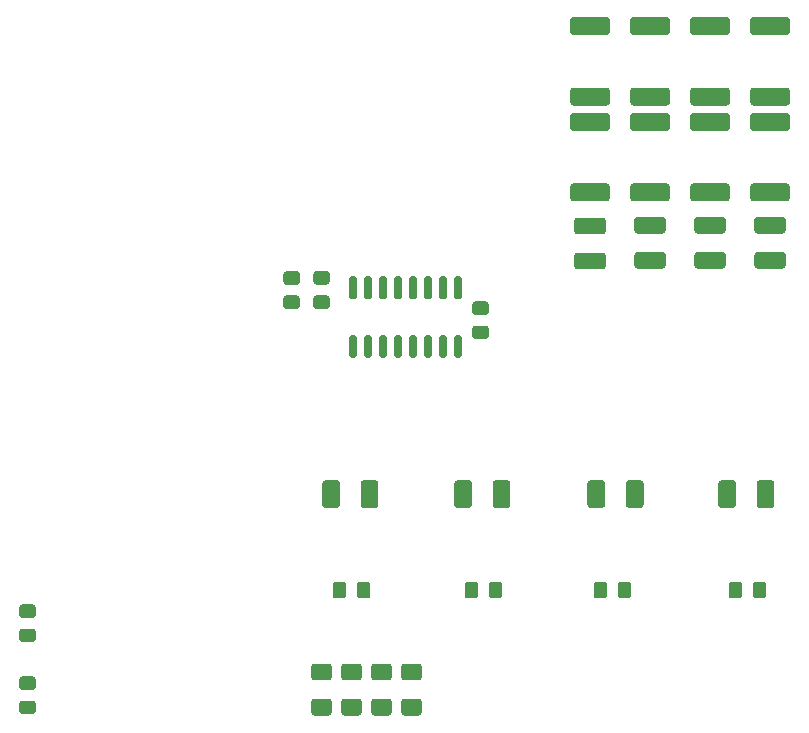
<source format=gbr>
G04 #@! TF.GenerationSoftware,KiCad,Pcbnew,(5.1.6)-1*
G04 #@! TF.CreationDate,2021-11-05T18:09:41+01:00*
G04 #@! TF.ProjectId,hamodule,68616d6f-6475-46c6-952e-6b696361645f,rev?*
G04 #@! TF.SameCoordinates,Original*
G04 #@! TF.FileFunction,Paste,Top*
G04 #@! TF.FilePolarity,Positive*
%FSLAX46Y46*%
G04 Gerber Fmt 4.6, Leading zero omitted, Abs format (unit mm)*
G04 Created by KiCad (PCBNEW (5.1.6)-1) date 2021-11-05 18:09:41*
%MOMM*%
%LPD*%
G01*
G04 APERTURE LIST*
G04 APERTURE END LIST*
G36*
G01*
X193552500Y-108080500D02*
X195702500Y-108080500D01*
G75*
G02*
X195952500Y-108330500I0J-250000D01*
G01*
X195952500Y-109255500D01*
G75*
G02*
X195702500Y-109505500I-250000J0D01*
G01*
X193552500Y-109505500D01*
G75*
G02*
X193302500Y-109255500I0J250000D01*
G01*
X193302500Y-108330500D01*
G75*
G02*
X193552500Y-108080500I250000J0D01*
G01*
G37*
G36*
G01*
X193552500Y-105105500D02*
X195702500Y-105105500D01*
G75*
G02*
X195952500Y-105355500I0J-250000D01*
G01*
X195952500Y-106280500D01*
G75*
G02*
X195702500Y-106530500I-250000J0D01*
G01*
X193552500Y-106530500D01*
G75*
G02*
X193302500Y-106280500I0J250000D01*
G01*
X193302500Y-105355500D01*
G75*
G02*
X193552500Y-105105500I250000J0D01*
G01*
G37*
G36*
G01*
X188472500Y-108080500D02*
X190622500Y-108080500D01*
G75*
G02*
X190872500Y-108330500I0J-250000D01*
G01*
X190872500Y-109255500D01*
G75*
G02*
X190622500Y-109505500I-250000J0D01*
G01*
X188472500Y-109505500D01*
G75*
G02*
X188222500Y-109255500I0J250000D01*
G01*
X188222500Y-108330500D01*
G75*
G02*
X188472500Y-108080500I250000J0D01*
G01*
G37*
G36*
G01*
X188472500Y-105105500D02*
X190622500Y-105105500D01*
G75*
G02*
X190872500Y-105355500I0J-250000D01*
G01*
X190872500Y-106280500D01*
G75*
G02*
X190622500Y-106530500I-250000J0D01*
G01*
X188472500Y-106530500D01*
G75*
G02*
X188222500Y-106280500I0J250000D01*
G01*
X188222500Y-105355500D01*
G75*
G02*
X188472500Y-105105500I250000J0D01*
G01*
G37*
G36*
G01*
X183392500Y-108080500D02*
X185542500Y-108080500D01*
G75*
G02*
X185792500Y-108330500I0J-250000D01*
G01*
X185792500Y-109255500D01*
G75*
G02*
X185542500Y-109505500I-250000J0D01*
G01*
X183392500Y-109505500D01*
G75*
G02*
X183142500Y-109255500I0J250000D01*
G01*
X183142500Y-108330500D01*
G75*
G02*
X183392500Y-108080500I250000J0D01*
G01*
G37*
G36*
G01*
X183392500Y-105105500D02*
X185542500Y-105105500D01*
G75*
G02*
X185792500Y-105355500I0J-250000D01*
G01*
X185792500Y-106280500D01*
G75*
G02*
X185542500Y-106530500I-250000J0D01*
G01*
X183392500Y-106530500D01*
G75*
G02*
X183142500Y-106280500I0J250000D01*
G01*
X183142500Y-105355500D01*
G75*
G02*
X183392500Y-105105500I250000J0D01*
G01*
G37*
G36*
G01*
X178312500Y-108144000D02*
X180462500Y-108144000D01*
G75*
G02*
X180712500Y-108394000I0J-250000D01*
G01*
X180712500Y-109319000D01*
G75*
G02*
X180462500Y-109569000I-250000J0D01*
G01*
X178312500Y-109569000D01*
G75*
G02*
X178062500Y-109319000I0J250000D01*
G01*
X178062500Y-108394000D01*
G75*
G02*
X178312500Y-108144000I250000J0D01*
G01*
G37*
G36*
G01*
X178312500Y-105169000D02*
X180462500Y-105169000D01*
G75*
G02*
X180712500Y-105419000I0J-250000D01*
G01*
X180712500Y-106344000D01*
G75*
G02*
X180462500Y-106594000I-250000J0D01*
G01*
X178312500Y-106594000D01*
G75*
G02*
X178062500Y-106344000I0J250000D01*
G01*
X178062500Y-105419000D01*
G75*
G02*
X178312500Y-105169000I250000J0D01*
G01*
G37*
G36*
G01*
X132212501Y-139068500D02*
X131312499Y-139068500D01*
G75*
G02*
X131062500Y-138818501I0J249999D01*
G01*
X131062500Y-138168499D01*
G75*
G02*
X131312499Y-137918500I249999J0D01*
G01*
X132212501Y-137918500D01*
G75*
G02*
X132462500Y-138168499I0J-249999D01*
G01*
X132462500Y-138818501D01*
G75*
G02*
X132212501Y-139068500I-249999J0D01*
G01*
G37*
G36*
G01*
X132212501Y-141118500D02*
X131312499Y-141118500D01*
G75*
G02*
X131062500Y-140868501I0J249999D01*
G01*
X131062500Y-140218499D01*
G75*
G02*
X131312499Y-139968500I249999J0D01*
G01*
X132212501Y-139968500D01*
G75*
G02*
X132462500Y-140218499I0J-249999D01*
G01*
X132462500Y-140868501D01*
G75*
G02*
X132212501Y-141118500I-249999J0D01*
G01*
G37*
G36*
G01*
X131312499Y-146064500D02*
X132212501Y-146064500D01*
G75*
G02*
X132462500Y-146314499I0J-249999D01*
G01*
X132462500Y-146964501D01*
G75*
G02*
X132212501Y-147214500I-249999J0D01*
G01*
X131312499Y-147214500D01*
G75*
G02*
X131062500Y-146964501I0J249999D01*
G01*
X131062500Y-146314499D01*
G75*
G02*
X131312499Y-146064500I249999J0D01*
G01*
G37*
G36*
G01*
X131312499Y-144014500D02*
X132212501Y-144014500D01*
G75*
G02*
X132462500Y-144264499I0J-249999D01*
G01*
X132462500Y-144914501D01*
G75*
G02*
X132212501Y-145164500I-249999J0D01*
G01*
X131312499Y-145164500D01*
G75*
G02*
X131062500Y-144914501I0J249999D01*
G01*
X131062500Y-144264499D01*
G75*
G02*
X131312499Y-144014500I249999J0D01*
G01*
G37*
G36*
G01*
X157104501Y-110856500D02*
X156204499Y-110856500D01*
G75*
G02*
X155954500Y-110606501I0J249999D01*
G01*
X155954500Y-109956499D01*
G75*
G02*
X156204499Y-109706500I249999J0D01*
G01*
X157104501Y-109706500D01*
G75*
G02*
X157354500Y-109956499I0J-249999D01*
G01*
X157354500Y-110606501D01*
G75*
G02*
X157104501Y-110856500I-249999J0D01*
G01*
G37*
G36*
G01*
X157104501Y-112906500D02*
X156204499Y-112906500D01*
G75*
G02*
X155954500Y-112656501I0J249999D01*
G01*
X155954500Y-112006499D01*
G75*
G02*
X156204499Y-111756500I249999J0D01*
G01*
X157104501Y-111756500D01*
G75*
G02*
X157354500Y-112006499I0J-249999D01*
G01*
X157354500Y-112656501D01*
G75*
G02*
X157104501Y-112906500I-249999J0D01*
G01*
G37*
G36*
G01*
X154564501Y-110865500D02*
X153664499Y-110865500D01*
G75*
G02*
X153414500Y-110615501I0J249999D01*
G01*
X153414500Y-109965499D01*
G75*
G02*
X153664499Y-109715500I249999J0D01*
G01*
X154564501Y-109715500D01*
G75*
G02*
X154814500Y-109965499I0J-249999D01*
G01*
X154814500Y-110615501D01*
G75*
G02*
X154564501Y-110865500I-249999J0D01*
G01*
G37*
G36*
G01*
X154564501Y-112915500D02*
X153664499Y-112915500D01*
G75*
G02*
X153414500Y-112665501I0J249999D01*
G01*
X153414500Y-112015499D01*
G75*
G02*
X153664499Y-111765500I249999J0D01*
G01*
X154564501Y-111765500D01*
G75*
G02*
X154814500Y-112015499I0J-249999D01*
G01*
X154814500Y-112665501D01*
G75*
G02*
X154564501Y-112915500I-249999J0D01*
G01*
G37*
G36*
G01*
X169666499Y-114314500D02*
X170566501Y-114314500D01*
G75*
G02*
X170816500Y-114564499I0J-249999D01*
G01*
X170816500Y-115214501D01*
G75*
G02*
X170566501Y-115464500I-249999J0D01*
G01*
X169666499Y-115464500D01*
G75*
G02*
X169416500Y-115214501I0J249999D01*
G01*
X169416500Y-114564499D01*
G75*
G02*
X169666499Y-114314500I249999J0D01*
G01*
G37*
G36*
G01*
X169666499Y-112264500D02*
X170566501Y-112264500D01*
G75*
G02*
X170816500Y-112514499I0J-249999D01*
G01*
X170816500Y-113164501D01*
G75*
G02*
X170566501Y-113414500I-249999J0D01*
G01*
X169666499Y-113414500D01*
G75*
G02*
X169416500Y-113164501I0J249999D01*
G01*
X169416500Y-112514499D01*
G75*
G02*
X169666499Y-112264500I249999J0D01*
G01*
G37*
G36*
G01*
X157279500Y-144359000D02*
X156029500Y-144359000D01*
G75*
G02*
X155779500Y-144109000I0J250000D01*
G01*
X155779500Y-143184000D01*
G75*
G02*
X156029500Y-142934000I250000J0D01*
G01*
X157279500Y-142934000D01*
G75*
G02*
X157529500Y-143184000I0J-250000D01*
G01*
X157529500Y-144109000D01*
G75*
G02*
X157279500Y-144359000I-250000J0D01*
G01*
G37*
G36*
G01*
X157279500Y-147334000D02*
X156029500Y-147334000D01*
G75*
G02*
X155779500Y-147084000I0J250000D01*
G01*
X155779500Y-146159000D01*
G75*
G02*
X156029500Y-145909000I250000J0D01*
G01*
X157279500Y-145909000D01*
G75*
G02*
X157529500Y-146159000I0J-250000D01*
G01*
X157529500Y-147084000D01*
G75*
G02*
X157279500Y-147334000I-250000J0D01*
G01*
G37*
G36*
G01*
X159819500Y-144359000D02*
X158569500Y-144359000D01*
G75*
G02*
X158319500Y-144109000I0J250000D01*
G01*
X158319500Y-143184000D01*
G75*
G02*
X158569500Y-142934000I250000J0D01*
G01*
X159819500Y-142934000D01*
G75*
G02*
X160069500Y-143184000I0J-250000D01*
G01*
X160069500Y-144109000D01*
G75*
G02*
X159819500Y-144359000I-250000J0D01*
G01*
G37*
G36*
G01*
X159819500Y-147334000D02*
X158569500Y-147334000D01*
G75*
G02*
X158319500Y-147084000I0J250000D01*
G01*
X158319500Y-146159000D01*
G75*
G02*
X158569500Y-145909000I250000J0D01*
G01*
X159819500Y-145909000D01*
G75*
G02*
X160069500Y-146159000I0J-250000D01*
G01*
X160069500Y-147084000D01*
G75*
G02*
X159819500Y-147334000I-250000J0D01*
G01*
G37*
G36*
G01*
X162359500Y-144359000D02*
X161109500Y-144359000D01*
G75*
G02*
X160859500Y-144109000I0J250000D01*
G01*
X160859500Y-143184000D01*
G75*
G02*
X161109500Y-142934000I250000J0D01*
G01*
X162359500Y-142934000D01*
G75*
G02*
X162609500Y-143184000I0J-250000D01*
G01*
X162609500Y-144109000D01*
G75*
G02*
X162359500Y-144359000I-250000J0D01*
G01*
G37*
G36*
G01*
X162359500Y-147334000D02*
X161109500Y-147334000D01*
G75*
G02*
X160859500Y-147084000I0J250000D01*
G01*
X160859500Y-146159000D01*
G75*
G02*
X161109500Y-145909000I250000J0D01*
G01*
X162359500Y-145909000D01*
G75*
G02*
X162609500Y-146159000I0J-250000D01*
G01*
X162609500Y-147084000D01*
G75*
G02*
X162359500Y-147334000I-250000J0D01*
G01*
G37*
G36*
G01*
X164899500Y-144359000D02*
X163649500Y-144359000D01*
G75*
G02*
X163399500Y-144109000I0J250000D01*
G01*
X163399500Y-143184000D01*
G75*
G02*
X163649500Y-142934000I250000J0D01*
G01*
X164899500Y-142934000D01*
G75*
G02*
X165149500Y-143184000I0J-250000D01*
G01*
X165149500Y-144109000D01*
G75*
G02*
X164899500Y-144359000I-250000J0D01*
G01*
G37*
G36*
G01*
X164899500Y-147334000D02*
X163649500Y-147334000D01*
G75*
G02*
X163399500Y-147084000I0J250000D01*
G01*
X163399500Y-146159000D01*
G75*
G02*
X163649500Y-145909000I250000J0D01*
G01*
X164899500Y-145909000D01*
G75*
G02*
X165149500Y-146159000I0J-250000D01*
G01*
X165149500Y-147084000D01*
G75*
G02*
X164899500Y-147334000I-250000J0D01*
G01*
G37*
G36*
G01*
X159471500Y-117051500D02*
X159171500Y-117051500D01*
G75*
G02*
X159021500Y-116901500I0J150000D01*
G01*
X159021500Y-115251500D01*
G75*
G02*
X159171500Y-115101500I150000J0D01*
G01*
X159471500Y-115101500D01*
G75*
G02*
X159621500Y-115251500I0J-150000D01*
G01*
X159621500Y-116901500D01*
G75*
G02*
X159471500Y-117051500I-150000J0D01*
G01*
G37*
G36*
G01*
X160741500Y-117051500D02*
X160441500Y-117051500D01*
G75*
G02*
X160291500Y-116901500I0J150000D01*
G01*
X160291500Y-115251500D01*
G75*
G02*
X160441500Y-115101500I150000J0D01*
G01*
X160741500Y-115101500D01*
G75*
G02*
X160891500Y-115251500I0J-150000D01*
G01*
X160891500Y-116901500D01*
G75*
G02*
X160741500Y-117051500I-150000J0D01*
G01*
G37*
G36*
G01*
X162011500Y-117051500D02*
X161711500Y-117051500D01*
G75*
G02*
X161561500Y-116901500I0J150000D01*
G01*
X161561500Y-115251500D01*
G75*
G02*
X161711500Y-115101500I150000J0D01*
G01*
X162011500Y-115101500D01*
G75*
G02*
X162161500Y-115251500I0J-150000D01*
G01*
X162161500Y-116901500D01*
G75*
G02*
X162011500Y-117051500I-150000J0D01*
G01*
G37*
G36*
G01*
X163281500Y-117051500D02*
X162981500Y-117051500D01*
G75*
G02*
X162831500Y-116901500I0J150000D01*
G01*
X162831500Y-115251500D01*
G75*
G02*
X162981500Y-115101500I150000J0D01*
G01*
X163281500Y-115101500D01*
G75*
G02*
X163431500Y-115251500I0J-150000D01*
G01*
X163431500Y-116901500D01*
G75*
G02*
X163281500Y-117051500I-150000J0D01*
G01*
G37*
G36*
G01*
X164551500Y-117051500D02*
X164251500Y-117051500D01*
G75*
G02*
X164101500Y-116901500I0J150000D01*
G01*
X164101500Y-115251500D01*
G75*
G02*
X164251500Y-115101500I150000J0D01*
G01*
X164551500Y-115101500D01*
G75*
G02*
X164701500Y-115251500I0J-150000D01*
G01*
X164701500Y-116901500D01*
G75*
G02*
X164551500Y-117051500I-150000J0D01*
G01*
G37*
G36*
G01*
X165821500Y-117051500D02*
X165521500Y-117051500D01*
G75*
G02*
X165371500Y-116901500I0J150000D01*
G01*
X165371500Y-115251500D01*
G75*
G02*
X165521500Y-115101500I150000J0D01*
G01*
X165821500Y-115101500D01*
G75*
G02*
X165971500Y-115251500I0J-150000D01*
G01*
X165971500Y-116901500D01*
G75*
G02*
X165821500Y-117051500I-150000J0D01*
G01*
G37*
G36*
G01*
X167091500Y-117051500D02*
X166791500Y-117051500D01*
G75*
G02*
X166641500Y-116901500I0J150000D01*
G01*
X166641500Y-115251500D01*
G75*
G02*
X166791500Y-115101500I150000J0D01*
G01*
X167091500Y-115101500D01*
G75*
G02*
X167241500Y-115251500I0J-150000D01*
G01*
X167241500Y-116901500D01*
G75*
G02*
X167091500Y-117051500I-150000J0D01*
G01*
G37*
G36*
G01*
X168361500Y-117051500D02*
X168061500Y-117051500D01*
G75*
G02*
X167911500Y-116901500I0J150000D01*
G01*
X167911500Y-115251500D01*
G75*
G02*
X168061500Y-115101500I150000J0D01*
G01*
X168361500Y-115101500D01*
G75*
G02*
X168511500Y-115251500I0J-150000D01*
G01*
X168511500Y-116901500D01*
G75*
G02*
X168361500Y-117051500I-150000J0D01*
G01*
G37*
G36*
G01*
X168361500Y-112101500D02*
X168061500Y-112101500D01*
G75*
G02*
X167911500Y-111951500I0J150000D01*
G01*
X167911500Y-110301500D01*
G75*
G02*
X168061500Y-110151500I150000J0D01*
G01*
X168361500Y-110151500D01*
G75*
G02*
X168511500Y-110301500I0J-150000D01*
G01*
X168511500Y-111951500D01*
G75*
G02*
X168361500Y-112101500I-150000J0D01*
G01*
G37*
G36*
G01*
X167091500Y-112101500D02*
X166791500Y-112101500D01*
G75*
G02*
X166641500Y-111951500I0J150000D01*
G01*
X166641500Y-110301500D01*
G75*
G02*
X166791500Y-110151500I150000J0D01*
G01*
X167091500Y-110151500D01*
G75*
G02*
X167241500Y-110301500I0J-150000D01*
G01*
X167241500Y-111951500D01*
G75*
G02*
X167091500Y-112101500I-150000J0D01*
G01*
G37*
G36*
G01*
X165821500Y-112101500D02*
X165521500Y-112101500D01*
G75*
G02*
X165371500Y-111951500I0J150000D01*
G01*
X165371500Y-110301500D01*
G75*
G02*
X165521500Y-110151500I150000J0D01*
G01*
X165821500Y-110151500D01*
G75*
G02*
X165971500Y-110301500I0J-150000D01*
G01*
X165971500Y-111951500D01*
G75*
G02*
X165821500Y-112101500I-150000J0D01*
G01*
G37*
G36*
G01*
X164551500Y-112101500D02*
X164251500Y-112101500D01*
G75*
G02*
X164101500Y-111951500I0J150000D01*
G01*
X164101500Y-110301500D01*
G75*
G02*
X164251500Y-110151500I150000J0D01*
G01*
X164551500Y-110151500D01*
G75*
G02*
X164701500Y-110301500I0J-150000D01*
G01*
X164701500Y-111951500D01*
G75*
G02*
X164551500Y-112101500I-150000J0D01*
G01*
G37*
G36*
G01*
X163281500Y-112101500D02*
X162981500Y-112101500D01*
G75*
G02*
X162831500Y-111951500I0J150000D01*
G01*
X162831500Y-110301500D01*
G75*
G02*
X162981500Y-110151500I150000J0D01*
G01*
X163281500Y-110151500D01*
G75*
G02*
X163431500Y-110301500I0J-150000D01*
G01*
X163431500Y-111951500D01*
G75*
G02*
X163281500Y-112101500I-150000J0D01*
G01*
G37*
G36*
G01*
X162011500Y-112101500D02*
X161711500Y-112101500D01*
G75*
G02*
X161561500Y-111951500I0J150000D01*
G01*
X161561500Y-110301500D01*
G75*
G02*
X161711500Y-110151500I150000J0D01*
G01*
X162011500Y-110151500D01*
G75*
G02*
X162161500Y-110301500I0J-150000D01*
G01*
X162161500Y-111951500D01*
G75*
G02*
X162011500Y-112101500I-150000J0D01*
G01*
G37*
G36*
G01*
X160741500Y-112101500D02*
X160441500Y-112101500D01*
G75*
G02*
X160291500Y-111951500I0J150000D01*
G01*
X160291500Y-110301500D01*
G75*
G02*
X160441500Y-110151500I150000J0D01*
G01*
X160741500Y-110151500D01*
G75*
G02*
X160891500Y-110301500I0J-150000D01*
G01*
X160891500Y-111951500D01*
G75*
G02*
X160741500Y-112101500I-150000J0D01*
G01*
G37*
G36*
G01*
X159471500Y-112101500D02*
X159171500Y-112101500D01*
G75*
G02*
X159021500Y-111951500I0J150000D01*
G01*
X159021500Y-110301500D01*
G75*
G02*
X159171500Y-110151500I150000J0D01*
G01*
X159471500Y-110151500D01*
G75*
G02*
X159621500Y-110301500I0J-150000D01*
G01*
X159621500Y-111951500D01*
G75*
G02*
X159471500Y-112101500I-150000J0D01*
G01*
G37*
G36*
G01*
X191746500Y-127662500D02*
X191746500Y-129512500D01*
G75*
G02*
X191496500Y-129762500I-250000J0D01*
G01*
X190496500Y-129762500D01*
G75*
G02*
X190246500Y-129512500I0J250000D01*
G01*
X190246500Y-127662500D01*
G75*
G02*
X190496500Y-127412500I250000J0D01*
G01*
X191496500Y-127412500D01*
G75*
G02*
X191746500Y-127662500I0J-250000D01*
G01*
G37*
G36*
G01*
X194996500Y-127662500D02*
X194996500Y-129512500D01*
G75*
G02*
X194746500Y-129762500I-250000J0D01*
G01*
X193746500Y-129762500D01*
G75*
G02*
X193496500Y-129512500I0J250000D01*
G01*
X193496500Y-127662500D01*
G75*
G02*
X193746500Y-127412500I250000J0D01*
G01*
X194746500Y-127412500D01*
G75*
G02*
X194996500Y-127662500I0J-250000D01*
G01*
G37*
G36*
G01*
X180671500Y-127662500D02*
X180671500Y-129512500D01*
G75*
G02*
X180421500Y-129762500I-250000J0D01*
G01*
X179421500Y-129762500D01*
G75*
G02*
X179171500Y-129512500I0J250000D01*
G01*
X179171500Y-127662500D01*
G75*
G02*
X179421500Y-127412500I250000J0D01*
G01*
X180421500Y-127412500D01*
G75*
G02*
X180671500Y-127662500I0J-250000D01*
G01*
G37*
G36*
G01*
X183921500Y-127662500D02*
X183921500Y-129512500D01*
G75*
G02*
X183671500Y-129762500I-250000J0D01*
G01*
X182671500Y-129762500D01*
G75*
G02*
X182421500Y-129512500I0J250000D01*
G01*
X182421500Y-127662500D01*
G75*
G02*
X182671500Y-127412500I250000J0D01*
G01*
X183671500Y-127412500D01*
G75*
G02*
X183921500Y-127662500I0J-250000D01*
G01*
G37*
G36*
G01*
X169394500Y-127662500D02*
X169394500Y-129512500D01*
G75*
G02*
X169144500Y-129762500I-250000J0D01*
G01*
X168144500Y-129762500D01*
G75*
G02*
X167894500Y-129512500I0J250000D01*
G01*
X167894500Y-127662500D01*
G75*
G02*
X168144500Y-127412500I250000J0D01*
G01*
X169144500Y-127412500D01*
G75*
G02*
X169394500Y-127662500I0J-250000D01*
G01*
G37*
G36*
G01*
X172644500Y-127662500D02*
X172644500Y-129512500D01*
G75*
G02*
X172394500Y-129762500I-250000J0D01*
G01*
X171394500Y-129762500D01*
G75*
G02*
X171144500Y-129512500I0J250000D01*
G01*
X171144500Y-127662500D01*
G75*
G02*
X171394500Y-127412500I250000J0D01*
G01*
X172394500Y-127412500D01*
G75*
G02*
X172644500Y-127662500I0J-250000D01*
G01*
G37*
G36*
G01*
X158218500Y-127662500D02*
X158218500Y-129512500D01*
G75*
G02*
X157968500Y-129762500I-250000J0D01*
G01*
X156968500Y-129762500D01*
G75*
G02*
X156718500Y-129512500I0J250000D01*
G01*
X156718500Y-127662500D01*
G75*
G02*
X156968500Y-127412500I250000J0D01*
G01*
X157968500Y-127412500D01*
G75*
G02*
X158218500Y-127662500I0J-250000D01*
G01*
G37*
G36*
G01*
X161468500Y-127662500D02*
X161468500Y-129512500D01*
G75*
G02*
X161218500Y-129762500I-250000J0D01*
G01*
X160218500Y-129762500D01*
G75*
G02*
X159968500Y-129512500I0J250000D01*
G01*
X159968500Y-127662500D01*
G75*
G02*
X160218500Y-127412500I250000J0D01*
G01*
X161218500Y-127412500D01*
G75*
G02*
X161468500Y-127662500I0J-250000D01*
G01*
G37*
G36*
G01*
X193202499Y-94176000D02*
X196052501Y-94176000D01*
G75*
G02*
X196302500Y-94425999I0J-249999D01*
G01*
X196302500Y-95451001D01*
G75*
G02*
X196052501Y-95701000I-249999J0D01*
G01*
X193202499Y-95701000D01*
G75*
G02*
X192952500Y-95451001I0J249999D01*
G01*
X192952500Y-94425999D01*
G75*
G02*
X193202499Y-94176000I249999J0D01*
G01*
G37*
G36*
G01*
X193202499Y-88201000D02*
X196052501Y-88201000D01*
G75*
G02*
X196302500Y-88450999I0J-249999D01*
G01*
X196302500Y-89476001D01*
G75*
G02*
X196052501Y-89726000I-249999J0D01*
G01*
X193202499Y-89726000D01*
G75*
G02*
X192952500Y-89476001I0J249999D01*
G01*
X192952500Y-88450999D01*
G75*
G02*
X193202499Y-88201000I249999J0D01*
G01*
G37*
G36*
G01*
X188122499Y-94176000D02*
X190972501Y-94176000D01*
G75*
G02*
X191222500Y-94425999I0J-249999D01*
G01*
X191222500Y-95451001D01*
G75*
G02*
X190972501Y-95701000I-249999J0D01*
G01*
X188122499Y-95701000D01*
G75*
G02*
X187872500Y-95451001I0J249999D01*
G01*
X187872500Y-94425999D01*
G75*
G02*
X188122499Y-94176000I249999J0D01*
G01*
G37*
G36*
G01*
X188122499Y-88201000D02*
X190972501Y-88201000D01*
G75*
G02*
X191222500Y-88450999I0J-249999D01*
G01*
X191222500Y-89476001D01*
G75*
G02*
X190972501Y-89726000I-249999J0D01*
G01*
X188122499Y-89726000D01*
G75*
G02*
X187872500Y-89476001I0J249999D01*
G01*
X187872500Y-88450999D01*
G75*
G02*
X188122499Y-88201000I249999J0D01*
G01*
G37*
G36*
G01*
X183042499Y-94176000D02*
X185892501Y-94176000D01*
G75*
G02*
X186142500Y-94425999I0J-249999D01*
G01*
X186142500Y-95451001D01*
G75*
G02*
X185892501Y-95701000I-249999J0D01*
G01*
X183042499Y-95701000D01*
G75*
G02*
X182792500Y-95451001I0J249999D01*
G01*
X182792500Y-94425999D01*
G75*
G02*
X183042499Y-94176000I249999J0D01*
G01*
G37*
G36*
G01*
X183042499Y-88201000D02*
X185892501Y-88201000D01*
G75*
G02*
X186142500Y-88450999I0J-249999D01*
G01*
X186142500Y-89476001D01*
G75*
G02*
X185892501Y-89726000I-249999J0D01*
G01*
X183042499Y-89726000D01*
G75*
G02*
X182792500Y-89476001I0J249999D01*
G01*
X182792500Y-88450999D01*
G75*
G02*
X183042499Y-88201000I249999J0D01*
G01*
G37*
G36*
G01*
X177962499Y-94176000D02*
X180812501Y-94176000D01*
G75*
G02*
X181062500Y-94425999I0J-249999D01*
G01*
X181062500Y-95451001D01*
G75*
G02*
X180812501Y-95701000I-249999J0D01*
G01*
X177962499Y-95701000D01*
G75*
G02*
X177712500Y-95451001I0J249999D01*
G01*
X177712500Y-94425999D01*
G75*
G02*
X177962499Y-94176000I249999J0D01*
G01*
G37*
G36*
G01*
X177962499Y-88201000D02*
X180812501Y-88201000D01*
G75*
G02*
X181062500Y-88450999I0J-249999D01*
G01*
X181062500Y-89476001D01*
G75*
G02*
X180812501Y-89726000I-249999J0D01*
G01*
X177962499Y-89726000D01*
G75*
G02*
X177712500Y-89476001I0J249999D01*
G01*
X177712500Y-88450999D01*
G75*
G02*
X177962499Y-88201000I249999J0D01*
G01*
G37*
G36*
G01*
X192263500Y-136265499D02*
X192263500Y-137165501D01*
G75*
G02*
X192013501Y-137415500I-249999J0D01*
G01*
X191363499Y-137415500D01*
G75*
G02*
X191113500Y-137165501I0J249999D01*
G01*
X191113500Y-136265499D01*
G75*
G02*
X191363499Y-136015500I249999J0D01*
G01*
X192013501Y-136015500D01*
G75*
G02*
X192263500Y-136265499I0J-249999D01*
G01*
G37*
G36*
G01*
X194313500Y-136265499D02*
X194313500Y-137165501D01*
G75*
G02*
X194063501Y-137415500I-249999J0D01*
G01*
X193413499Y-137415500D01*
G75*
G02*
X193163500Y-137165501I0J249999D01*
G01*
X193163500Y-136265499D01*
G75*
G02*
X193413499Y-136015500I249999J0D01*
G01*
X194063501Y-136015500D01*
G75*
G02*
X194313500Y-136265499I0J-249999D01*
G01*
G37*
G36*
G01*
X180833500Y-136265499D02*
X180833500Y-137165501D01*
G75*
G02*
X180583501Y-137415500I-249999J0D01*
G01*
X179933499Y-137415500D01*
G75*
G02*
X179683500Y-137165501I0J249999D01*
G01*
X179683500Y-136265499D01*
G75*
G02*
X179933499Y-136015500I249999J0D01*
G01*
X180583501Y-136015500D01*
G75*
G02*
X180833500Y-136265499I0J-249999D01*
G01*
G37*
G36*
G01*
X182883500Y-136265499D02*
X182883500Y-137165501D01*
G75*
G02*
X182633501Y-137415500I-249999J0D01*
G01*
X181983499Y-137415500D01*
G75*
G02*
X181733500Y-137165501I0J249999D01*
G01*
X181733500Y-136265499D01*
G75*
G02*
X181983499Y-136015500I249999J0D01*
G01*
X182633501Y-136015500D01*
G75*
G02*
X182883500Y-136265499I0J-249999D01*
G01*
G37*
G36*
G01*
X158744500Y-136265499D02*
X158744500Y-137165501D01*
G75*
G02*
X158494501Y-137415500I-249999J0D01*
G01*
X157844499Y-137415500D01*
G75*
G02*
X157594500Y-137165501I0J249999D01*
G01*
X157594500Y-136265499D01*
G75*
G02*
X157844499Y-136015500I249999J0D01*
G01*
X158494501Y-136015500D01*
G75*
G02*
X158744500Y-136265499I0J-249999D01*
G01*
G37*
G36*
G01*
X160794500Y-136265499D02*
X160794500Y-137165501D01*
G75*
G02*
X160544501Y-137415500I-249999J0D01*
G01*
X159894499Y-137415500D01*
G75*
G02*
X159644500Y-137165501I0J249999D01*
G01*
X159644500Y-136265499D01*
G75*
G02*
X159894499Y-136015500I249999J0D01*
G01*
X160544501Y-136015500D01*
G75*
G02*
X160794500Y-136265499I0J-249999D01*
G01*
G37*
G36*
G01*
X169911500Y-136265499D02*
X169911500Y-137165501D01*
G75*
G02*
X169661501Y-137415500I-249999J0D01*
G01*
X169011499Y-137415500D01*
G75*
G02*
X168761500Y-137165501I0J249999D01*
G01*
X168761500Y-136265499D01*
G75*
G02*
X169011499Y-136015500I249999J0D01*
G01*
X169661501Y-136015500D01*
G75*
G02*
X169911500Y-136265499I0J-249999D01*
G01*
G37*
G36*
G01*
X171961500Y-136265499D02*
X171961500Y-137165501D01*
G75*
G02*
X171711501Y-137415500I-249999J0D01*
G01*
X171061499Y-137415500D01*
G75*
G02*
X170811500Y-137165501I0J249999D01*
G01*
X170811500Y-136265499D01*
G75*
G02*
X171061499Y-136015500I249999J0D01*
G01*
X171711501Y-136015500D01*
G75*
G02*
X171961500Y-136265499I0J-249999D01*
G01*
G37*
G36*
G01*
X177962499Y-102286000D02*
X180812501Y-102286000D01*
G75*
G02*
X181062500Y-102535999I0J-249999D01*
G01*
X181062500Y-103561001D01*
G75*
G02*
X180812501Y-103811000I-249999J0D01*
G01*
X177962499Y-103811000D01*
G75*
G02*
X177712500Y-103561001I0J249999D01*
G01*
X177712500Y-102535999D01*
G75*
G02*
X177962499Y-102286000I249999J0D01*
G01*
G37*
G36*
G01*
X177962499Y-96311000D02*
X180812501Y-96311000D01*
G75*
G02*
X181062500Y-96560999I0J-249999D01*
G01*
X181062500Y-97586001D01*
G75*
G02*
X180812501Y-97836000I-249999J0D01*
G01*
X177962499Y-97836000D01*
G75*
G02*
X177712500Y-97586001I0J249999D01*
G01*
X177712500Y-96560999D01*
G75*
G02*
X177962499Y-96311000I249999J0D01*
G01*
G37*
G36*
G01*
X183042499Y-102286000D02*
X185892501Y-102286000D01*
G75*
G02*
X186142500Y-102535999I0J-249999D01*
G01*
X186142500Y-103561001D01*
G75*
G02*
X185892501Y-103811000I-249999J0D01*
G01*
X183042499Y-103811000D01*
G75*
G02*
X182792500Y-103561001I0J249999D01*
G01*
X182792500Y-102535999D01*
G75*
G02*
X183042499Y-102286000I249999J0D01*
G01*
G37*
G36*
G01*
X183042499Y-96311000D02*
X185892501Y-96311000D01*
G75*
G02*
X186142500Y-96560999I0J-249999D01*
G01*
X186142500Y-97586001D01*
G75*
G02*
X185892501Y-97836000I-249999J0D01*
G01*
X183042499Y-97836000D01*
G75*
G02*
X182792500Y-97586001I0J249999D01*
G01*
X182792500Y-96560999D01*
G75*
G02*
X183042499Y-96311000I249999J0D01*
G01*
G37*
G36*
G01*
X188122499Y-102286000D02*
X190972501Y-102286000D01*
G75*
G02*
X191222500Y-102535999I0J-249999D01*
G01*
X191222500Y-103561001D01*
G75*
G02*
X190972501Y-103811000I-249999J0D01*
G01*
X188122499Y-103811000D01*
G75*
G02*
X187872500Y-103561001I0J249999D01*
G01*
X187872500Y-102535999D01*
G75*
G02*
X188122499Y-102286000I249999J0D01*
G01*
G37*
G36*
G01*
X188122499Y-96311000D02*
X190972501Y-96311000D01*
G75*
G02*
X191222500Y-96560999I0J-249999D01*
G01*
X191222500Y-97586001D01*
G75*
G02*
X190972501Y-97836000I-249999J0D01*
G01*
X188122499Y-97836000D01*
G75*
G02*
X187872500Y-97586001I0J249999D01*
G01*
X187872500Y-96560999D01*
G75*
G02*
X188122499Y-96311000I249999J0D01*
G01*
G37*
G36*
G01*
X193202499Y-102286000D02*
X196052501Y-102286000D01*
G75*
G02*
X196302500Y-102535999I0J-249999D01*
G01*
X196302500Y-103561001D01*
G75*
G02*
X196052501Y-103811000I-249999J0D01*
G01*
X193202499Y-103811000D01*
G75*
G02*
X192952500Y-103561001I0J249999D01*
G01*
X192952500Y-102535999D01*
G75*
G02*
X193202499Y-102286000I249999J0D01*
G01*
G37*
G36*
G01*
X193202499Y-96311000D02*
X196052501Y-96311000D01*
G75*
G02*
X196302500Y-96560999I0J-249999D01*
G01*
X196302500Y-97586001D01*
G75*
G02*
X196052501Y-97836000I-249999J0D01*
G01*
X193202499Y-97836000D01*
G75*
G02*
X192952500Y-97586001I0J249999D01*
G01*
X192952500Y-96560999D01*
G75*
G02*
X193202499Y-96311000I249999J0D01*
G01*
G37*
M02*

</source>
